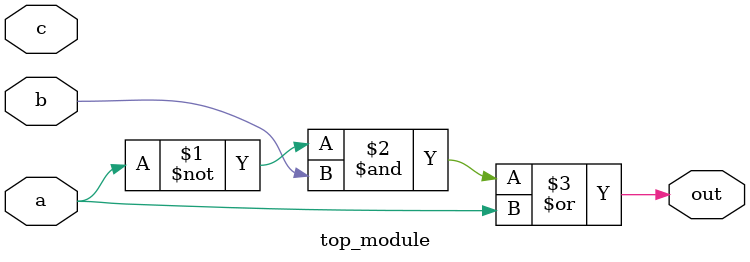
<source format=sv>
module top_module(
    input a, 
    input b,
    input c,
    output out
);

assign out = (~a & b) | a;

endmodule

</source>
